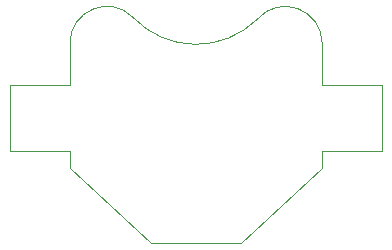
<source format=gbr>
%TF.GenerationSoftware,KiCad,Pcbnew,7.0.6-7.0.6~ubuntu23.04.1*%
%TF.CreationDate,2023-08-08T21:58:14-04:00*%
%TF.ProjectId,EnviroPuck,456e7669-726f-4507-9563-6b2e6b696361,rev?*%
%TF.SameCoordinates,Original*%
%TF.FileFunction,Legend,Bot*%
%TF.FilePolarity,Positive*%
%FSLAX46Y46*%
G04 Gerber Fmt 4.6, Leading zero omitted, Abs format (unit mm)*
G04 Created by KiCad (PCBNEW 7.0.6-7.0.6~ubuntu23.04.1) date 2023-08-08 21:58:14*
%MOMM*%
%LPD*%
G01*
G04 APERTURE LIST*
%ADD10C,0.120000*%
%ADD11C,0.500000*%
%ADD12C,0.990600*%
%ADD13R,5.000000X5.000000*%
%ADD14R,4.000000X4.000000*%
G04 APERTURE END LIST*
D10*
%TO.C,BT1*%
X15750000Y-2800000D02*
X15750000Y2800000D01*
X15750000Y-2800000D02*
X10680000Y-2800000D01*
X15750000Y2800000D02*
X10680000Y2800000D01*
X10680000Y-4250000D02*
X3800000Y-10630000D01*
X10680000Y-2800000D02*
X10680000Y-4250000D01*
X10680000Y2800000D02*
X10680000Y6280000D01*
X-3800000Y-10630000D02*
X3800000Y-10630000D01*
X-10680000Y-4250000D02*
X-3800000Y-10630000D01*
X-10680000Y-2800000D02*
X-10680000Y-4250000D01*
X-10680000Y-2800000D02*
X-15750000Y-2800000D01*
X-10680000Y2800000D02*
X-10680000Y6350000D01*
X-15750000Y-2800000D02*
X-15750000Y2800000D01*
X-15750000Y2800000D02*
X-10680000Y2800000D01*
X10677058Y6300000D02*
G75*
G03*
X5180001Y8339999I-3127058J-1D01*
G01*
X-5306421Y8467393D02*
G75*
G03*
X5169998Y8330002I5306421J5132608D01*
G01*
X-5316452Y8492753D02*
G75*
G03*
X-10680000Y6300000I-2233548J-2192753D01*
G01*
%TD*%
%LPC*%
D11*
%TO.C,REF\u002A\u002A*%
X-16800000Y-1850000D03*
X-16800000Y-1110000D03*
X-16800000Y-370000D03*
X-16800000Y370000D03*
X-16800000Y1110000D03*
X-16800000Y1850000D03*
%TD*%
%TO.C,REF\u002A\u002A*%
X16800000Y1110003D03*
X16800000Y-1849997D03*
X16800000Y370003D03*
X16800000Y-369997D03*
X16800000Y1850003D03*
X16800000Y-1109997D03*
%TD*%
D12*
%TO.C,J1*%
X-8922369Y-11514472D03*
X-7485528Y-10077631D03*
X-11796051Y-7203949D03*
%TD*%
D13*
%TO.C,BT1*%
X12950000Y0D03*
X-12950000Y0D03*
D14*
X0Y0D03*
%TD*%
%LPD*%
M02*

</source>
